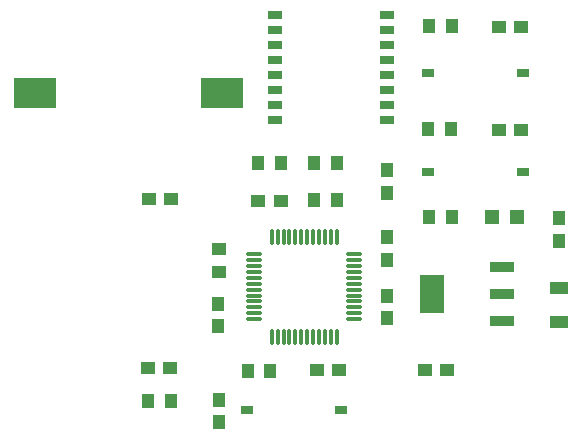
<source format=gtp>
G04*
G04 #@! TF.GenerationSoftware,Altium Limited,Altium Designer,22.11.1 (43)*
G04*
G04 Layer_Color=8421504*
%FSTAX24Y24*%
%MOIN*%
G70*
G04*
G04 #@! TF.SameCoordinates,C1124A1A-70A5-44B8-A6FF-2808BC57BE08*
G04*
G04*
G04 #@! TF.FilePolarity,Positive*
G04*
G01*
G75*
%ADD17O,0.0571X0.0118*%
%ADD18O,0.0118X0.0571*%
%ADD19R,0.0512X0.0315*%
%ADD20R,0.0449X0.0472*%
%ADD21R,0.0394X0.0315*%
%ADD22R,0.0449X0.0472*%
%ADD23R,0.0472X0.0449*%
%ADD24R,0.0472X0.0472*%
%ADD25R,0.0846X0.0354*%
%ADD26R,0.0846X0.1280*%
%ADD27R,0.0591X0.0394*%
%ADD28R,0.1441X0.1024*%
%ADD29R,0.1394X0.1024*%
%ADD30R,0.0472X0.0449*%
D17*
X008333Y006755D02*
D03*
Y006558D02*
D03*
Y006361D02*
D03*
Y006164D02*
D03*
Y005967D02*
D03*
Y005771D02*
D03*
Y005574D02*
D03*
Y005377D02*
D03*
Y00518D02*
D03*
Y004983D02*
D03*
Y004786D02*
D03*
Y004589D02*
D03*
X01166D02*
D03*
Y004786D02*
D03*
Y004983D02*
D03*
Y00518D02*
D03*
Y005377D02*
D03*
Y005574D02*
D03*
Y005771D02*
D03*
Y005967D02*
D03*
Y006164D02*
D03*
Y006361D02*
D03*
Y006558D02*
D03*
Y006755D02*
D03*
D18*
X008914Y004009D02*
D03*
X009111D02*
D03*
X009308D02*
D03*
X009504D02*
D03*
X009701D02*
D03*
X009898D02*
D03*
X010095D02*
D03*
X010292D02*
D03*
X010489D02*
D03*
X010686D02*
D03*
X010882D02*
D03*
X011079D02*
D03*
Y007336D02*
D03*
X010882D02*
D03*
X010686D02*
D03*
X010489D02*
D03*
X010292D02*
D03*
X010095D02*
D03*
X009898D02*
D03*
X009701D02*
D03*
X009504D02*
D03*
X009308D02*
D03*
X009111D02*
D03*
X008914D02*
D03*
D19*
X01276Y014726D02*
D03*
Y014226D02*
D03*
Y013726D02*
D03*
Y013226D02*
D03*
Y012726D02*
D03*
Y012226D02*
D03*
Y011726D02*
D03*
Y011226D02*
D03*
X00902Y014726D02*
D03*
Y014226D02*
D03*
Y013726D02*
D03*
Y013226D02*
D03*
Y012726D02*
D03*
Y012226D02*
D03*
Y011726D02*
D03*
Y011226D02*
D03*
D20*
X01848Y007944D02*
D03*
Y007196D02*
D03*
X01276Y005374D02*
D03*
Y004626D02*
D03*
X007149Y001146D02*
D03*
Y001894D02*
D03*
X01276Y009544D02*
D03*
Y008796D02*
D03*
X01277Y006567D02*
D03*
Y007315D02*
D03*
X007139Y005094D02*
D03*
Y004346D02*
D03*
D21*
X017275Y0095D02*
D03*
X014125D02*
D03*
X017275Y01281D02*
D03*
X014125D02*
D03*
X008075Y00156D02*
D03*
X011225D02*
D03*
D22*
X014876Y01092D02*
D03*
X014124D02*
D03*
X014164Y014357D02*
D03*
X014916D02*
D03*
X014164Y008002D02*
D03*
X014916D02*
D03*
X008866Y002861D02*
D03*
X008114D02*
D03*
X004805Y00185D02*
D03*
X005557D02*
D03*
X010324Y00981D02*
D03*
X011076D02*
D03*
X010324Y008569D02*
D03*
X011076D02*
D03*
X008472Y00981D02*
D03*
X009224D02*
D03*
D23*
X017234Y0109D02*
D03*
X016486D02*
D03*
X017234Y01434D02*
D03*
X016486D02*
D03*
X014016Y00289D02*
D03*
X014764D02*
D03*
X010426D02*
D03*
X011174D02*
D03*
X009222Y00854D02*
D03*
X008474D02*
D03*
X004816Y00859D02*
D03*
X005564D02*
D03*
X004776Y00295D02*
D03*
X005524D02*
D03*
D24*
X0171Y008D02*
D03*
X016273D02*
D03*
D25*
X016577Y004538D02*
D03*
Y00544D02*
D03*
Y006342D02*
D03*
D26*
X01427Y00544D02*
D03*
D27*
X01849Y00449D02*
D03*
Y005632D02*
D03*
D28*
X00104Y01213D02*
D03*
D29*
X00726D02*
D03*
D30*
X00715Y006174D02*
D03*
Y006926D02*
D03*
M02*

</source>
